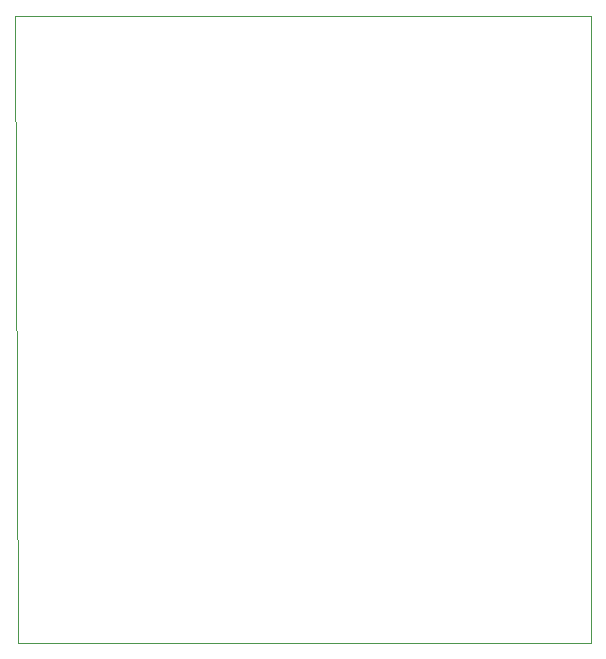
<source format=gbr>
G04 #@! TF.FileFunction,Profile,NP*
%FSLAX46Y46*%
G04 Gerber Fmt 4.6, Leading zero omitted, Abs format (unit mm)*
G04 Created by KiCad (PCBNEW 4.0.7) date Monday, December 18, 2017 'PMt' 04:43:52 PM*
%MOMM*%
%LPD*%
G01*
G04 APERTURE LIST*
%ADD10C,0.100000*%
G04 APERTURE END LIST*
D10*
X88392000Y-81280000D02*
X88646000Y-134366000D01*
X137160000Y-81280000D02*
X88392000Y-81280000D01*
X137160000Y-134366000D02*
X137160000Y-81280000D01*
X88646000Y-134366000D02*
X137160000Y-134366000D01*
M02*

</source>
